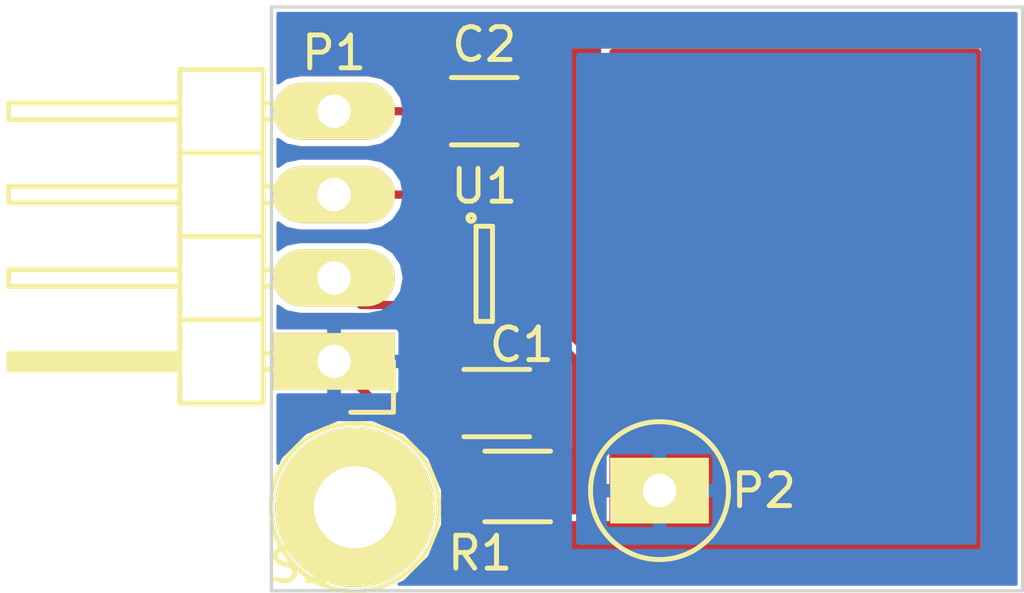
<source format=kicad_pcb>
(kicad_pcb (version 4) (host pcbnew 4.0.2+dfsg1-stable)

  (general
    (links 11)
    (no_connects 0)
    (area 20.112999 19.83 51.485001 38.404001)
    (thickness 1.6)
    (drawings 4)
    (tracks 26)
    (zones 0)
    (modules 7)
    (nets 7)
  )

  (page A4)
  (title_block
    (title "Capasitive sensor for fpga")
    (date 2017-01-21)
    (rev 0,1)
    (company Holotronic)
  )

  (layers
    (0 F.Cu signal)
    (31 B.Cu signal)
    (32 B.Adhes user)
    (33 F.Adhes user)
    (34 B.Paste user)
    (35 F.Paste user)
    (36 B.SilkS user)
    (37 F.SilkS user)
    (38 B.Mask user)
    (39 F.Mask user)
    (40 Dwgs.User user)
    (41 Cmts.User user)
    (42 Eco1.User user)
    (43 Eco2.User user)
    (44 Edge.Cuts user)
    (45 Margin user)
    (46 B.CrtYd user)
    (47 F.CrtYd user)
    (48 B.Fab user)
    (49 F.Fab user)
  )

  (setup
    (last_trace_width 0.25)
    (trace_clearance 0.2)
    (zone_clearance 0.15)
    (zone_45_only no)
    (trace_min 0.2)
    (segment_width 0.2)
    (edge_width 0.1)
    (via_size 0.6)
    (via_drill 0.4)
    (via_min_size 0.4)
    (via_min_drill 0.3)
    (uvia_size 0.3)
    (uvia_drill 0.1)
    (uvias_allowed no)
    (uvia_min_size 0.2)
    (uvia_min_drill 0.1)
    (pcb_text_width 0.3)
    (pcb_text_size 1.5 1.5)
    (mod_edge_width 0.15)
    (mod_text_size 1 1)
    (mod_text_width 0.15)
    (pad_size 4.85 4.85)
    (pad_drill 2.5)
    (pad_to_mask_clearance 0)
    (aux_axis_origin 28.575 38.1)
    (grid_origin 28.575 38.1)
    (visible_elements FFFFFFFF)
    (pcbplotparams
      (layerselection 0x01000_80000001)
      (usegerberextensions false)
      (excludeedgelayer true)
      (linewidth 0.100000)
      (plotframeref false)
      (viasonmask false)
      (mode 1)
      (useauxorigin true)
      (hpglpennumber 1)
      (hpglpenspeed 20)
      (hpglpendiameter 15)
      (hpglpenoverlay 2)
      (psnegative false)
      (psa4output false)
      (plotreference false)
      (plotvalue false)
      (plotinvisibletext false)
      (padsonsilk false)
      (subtractmaskfromsilk false)
      (outputformat 1)
      (mirror false)
      (drillshape 0)
      (scaleselection 1)
      (outputdirectory gerbers3/))
  )

  (net 0 "")
  (net 1 "Net-(C1-Pad1)")
  (net 2 GND)
  (net 3 VCC)
  (net 4 "Net-(P1-Pad2)")
  (net 5 "Net-(P1-Pad3)")
  (net 6 "Net-(R1-Pad2)")

  (net_class Default "This is the default net class."
    (clearance 0.2)
    (trace_width 0.25)
    (via_dia 0.6)
    (via_drill 0.4)
    (uvia_dia 0.3)
    (uvia_drill 0.1)
    (add_net GND)
    (add_net "Net-(C1-Pad1)")
    (add_net "Net-(P1-Pad2)")
    (add_net "Net-(P1-Pad3)")
    (add_net "Net-(R1-Pad2)")
    (add_net VCC)
  )

  (module Capacitors_SMD:C_1206 (layer F.Cu) (tedit 58848921) (tstamp 587DB0B4)
    (at 35.433 32.385 180)
    (descr "Capacitor SMD 1206, reflow soldering, AVX (see smccp.pdf)")
    (tags "capacitor 1206")
    (path /587DABD1)
    (attr smd)
    (fp_text reference C1 (at -0.762 1.778 180) (layer F.SilkS)
      (effects (font (size 1 1) (thickness 0.15)))
    )
    (fp_text value 10p (at -3.175 1.778 180) (layer F.Fab)
      (effects (font (size 1 1) (thickness 0.15)))
    )
    (fp_line (start -2.3 -1.15) (end 2.3 -1.15) (layer F.CrtYd) (width 0.05))
    (fp_line (start -2.3 1.15) (end 2.3 1.15) (layer F.CrtYd) (width 0.05))
    (fp_line (start -2.3 -1.15) (end -2.3 1.15) (layer F.CrtYd) (width 0.05))
    (fp_line (start 2.3 -1.15) (end 2.3 1.15) (layer F.CrtYd) (width 0.05))
    (fp_line (start 1 -1.025) (end -1 -1.025) (layer F.SilkS) (width 0.15))
    (fp_line (start -1 1.025) (end 1 1.025) (layer F.SilkS) (width 0.15))
    (pad 1 smd rect (at -1.5 0 180) (size 1 1.6) (layers F.Cu F.Paste F.Mask)
      (net 1 "Net-(C1-Pad1)"))
    (pad 2 smd rect (at 1.5 0 180) (size 1 1.6) (layers F.Cu F.Paste F.Mask)
      (net 2 GND))
    (model Capacitors_SMD.3dshapes/C_1206.wrl
      (at (xyz 0 0 0))
      (scale (xyz 1 1 1))
      (rotate (xyz 0 0 0))
    )
  )

  (module Capacitors_SMD:C_1206 (layer F.Cu) (tedit 58848908) (tstamp 587DB0BA)
    (at 35.052 23.495)
    (descr "Capacitor SMD 1206, reflow soldering, AVX (see smccp.pdf)")
    (tags "capacitor 1206")
    (path /587D87A0)
    (attr smd)
    (fp_text reference C2 (at 0 -2.032) (layer F.SilkS)
      (effects (font (size 1 1) (thickness 0.15)))
    )
    (fp_text value 0.1u (at 2.794 -2.032) (layer F.Fab)
      (effects (font (size 1 1) (thickness 0.15)))
    )
    (fp_line (start -2.3 -1.15) (end 2.3 -1.15) (layer F.CrtYd) (width 0.05))
    (fp_line (start -2.3 1.15) (end 2.3 1.15) (layer F.CrtYd) (width 0.05))
    (fp_line (start -2.3 -1.15) (end -2.3 1.15) (layer F.CrtYd) (width 0.05))
    (fp_line (start 2.3 -1.15) (end 2.3 1.15) (layer F.CrtYd) (width 0.05))
    (fp_line (start 1 -1.025) (end -1 -1.025) (layer F.SilkS) (width 0.15))
    (fp_line (start -1 1.025) (end 1 1.025) (layer F.SilkS) (width 0.15))
    (pad 1 smd rect (at -1.5 0) (size 1 1.6) (layers F.Cu F.Paste F.Mask)
      (net 3 VCC))
    (pad 2 smd rect (at 1.5 0) (size 1 1.6) (layers F.Cu F.Paste F.Mask)
      (net 2 GND))
    (model Capacitors_SMD.3dshapes/C_1206.wrl
      (at (xyz 0 0 0))
      (scale (xyz 1 1 1))
      (rotate (xyz 0 0 0))
    )
  )

  (module Resistors_SMD:R_1206 (layer F.Cu) (tedit 58848944) (tstamp 587DB0CD)
    (at 36.068 34.925)
    (descr "Resistor SMD 1206, reflow soldering, Vishay (see dcrcw.pdf)")
    (tags "resistor 1206")
    (path /587DAB17)
    (attr smd)
    (fp_text reference R1 (at -1.143 2.032) (layer F.SilkS)
      (effects (font (size 1 1) (thickness 0.15)))
    )
    (fp_text value 2k (at 1.016 2.032) (layer F.Fab)
      (effects (font (size 1 1) (thickness 0.15)))
    )
    (fp_line (start -2.2 -1.2) (end 2.2 -1.2) (layer F.CrtYd) (width 0.05))
    (fp_line (start -2.2 1.2) (end 2.2 1.2) (layer F.CrtYd) (width 0.05))
    (fp_line (start -2.2 -1.2) (end -2.2 1.2) (layer F.CrtYd) (width 0.05))
    (fp_line (start 2.2 -1.2) (end 2.2 1.2) (layer F.CrtYd) (width 0.05))
    (fp_line (start 1 1.075) (end -1 1.075) (layer F.SilkS) (width 0.15))
    (fp_line (start -1 -1.075) (end 1 -1.075) (layer F.SilkS) (width 0.15))
    (pad 1 smd rect (at -1.45 0) (size 0.9 1.7) (layers F.Cu F.Paste F.Mask)
      (net 1 "Net-(C1-Pad1)"))
    (pad 2 smd rect (at 1.45 0) (size 0.9 1.7) (layers F.Cu F.Paste F.Mask)
      (net 6 "Net-(R1-Pad2)"))
    (model Resistors_SMD.3dshapes/R_1206.wrl
      (at (xyz 0 0 0))
      (scale (xyz 1 1 1))
      (rotate (xyz 0 0 0))
    )
  )

  (module TO_SOT_Packages_SMD:SOT-23-6 (layer F.Cu) (tedit 58836FBC) (tstamp 587DB167)
    (at 35.052 28.448)
    (descr "6-pin SOT-23 package")
    (tags SOT-23-6)
    (path /587D8557)
    (attr smd)
    (fp_text reference U1 (at 0 -2.667) (layer F.SilkS)
      (effects (font (size 1 1) (thickness 0.15)))
    )
    (fp_text value 74LVC2G17 (at 1.524 -1.524 180) (layer F.Fab)
      (effects (font (size 1 1) (thickness 0.15)))
    )
    (fp_circle (center -0.4 -1.7) (end -0.3 -1.7) (layer F.SilkS) (width 0.15))
    (fp_line (start 0.25 -1.45) (end -0.25 -1.45) (layer F.SilkS) (width 0.15))
    (fp_line (start 0.25 1.45) (end 0.25 -1.45) (layer F.SilkS) (width 0.15))
    (fp_line (start -0.25 1.45) (end 0.25 1.45) (layer F.SilkS) (width 0.15))
    (fp_line (start -0.25 -1.45) (end -0.25 1.45) (layer F.SilkS) (width 0.15))
    (pad 1 smd rect (at -1.1 -0.95) (size 1.06 0.65) (layers F.Cu F.Paste F.Mask)
      (net 1 "Net-(C1-Pad1)"))
    (pad 2 smd rect (at -1.1 0) (size 1.06 0.65) (layers F.Cu F.Paste F.Mask)
      (net 2 GND))
    (pad 3 smd rect (at -1.1 0.95) (size 1.06 0.65) (layers F.Cu F.Paste F.Mask)
      (net 4 "Net-(P1-Pad2)"))
    (pad 4 smd rect (at 1.1 0.95) (size 1.06 0.65) (layers F.Cu F.Paste F.Mask)
      (net 6 "Net-(R1-Pad2)"))
    (pad 6 smd rect (at 1.1 -0.95) (size 1.06 0.65) (layers F.Cu F.Paste F.Mask)
      (net 5 "Net-(P1-Pad3)"))
    (pad 5 smd rect (at 1.1 0) (size 1.06 0.65) (layers F.Cu F.Paste F.Mask)
      (net 3 VCC))
    (model TO_SOT_Packages_SMD.3dshapes/SOT-23-6.wrl
      (at (xyz 0 0 0))
      (scale (xyz 1 1 1))
      (rotate (xyz 0 0 0))
    )
  )

  (module Fuses:1pin_pad_s (layer F.Cu) (tedit 588488F2) (tstamp 587DEA43)
    (at 40.386 35.052)
    (descr "module 1 pin (ou trou mecanique de percage)")
    (tags DEV)
    (path /587DAB5C)
    (fp_text reference P2 (at 3.175 0) (layer F.SilkS)
      (effects (font (size 1 1) (thickness 0.15)))
    )
    (fp_text value Sense_Pad (at 5.08 -2.794) (layer F.Fab)
      (effects (font (size 1 1) (thickness 0.15)))
    )
    (fp_circle (center 0 0) (end 0 -2.1) (layer F.SilkS) (width 0.15))
    (pad 1 thru_hole rect (at 0 0) (size 3 2) (drill 1.016) (layers *.Cu *.Mask F.SilkS)
      (net 1 "Net-(C1-Pad1)"))
  )

  (module touch:Pin_Header_Angled_1x04_L (layer F.Cu) (tedit 58848884) (tstamp 58844E44)
    (at 30.48 31.115 180)
    (descr "Through hole pin header")
    (tags "pin header")
    (path /587DACE7)
    (fp_text reference P1 (at 0 9.398 180) (layer F.SilkS)
      (effects (font (size 1 1) (thickness 0.15)))
    )
    (fp_text value CONN_01X04 (at 4.064 10.16 180) (layer F.Fab)
      (effects (font (size 1 1) (thickness 0.15)))
    )
    (fp_line (start -2.008 -1.75) (end -2.008 9.4) (layer F.CrtYd) (width 0.05))
    (fp_line (start 10.142 -1.75) (end 10.142 9.4) (layer F.CrtYd) (width 0.05))
    (fp_line (start -2.008 -1.75) (end 10.142 -1.75) (layer F.CrtYd) (width 0.05))
    (fp_line (start -2.008 9.4) (end 10.142 9.4) (layer F.CrtYd) (width 0.05))
    (fp_line (start -1.808 -1.55) (end -1.808 0) (layer F.SilkS) (width 0.15))
    (fp_line (start -0.508 -1.55) (end -1.808 -1.55) (layer F.SilkS) (width 0.15))
    (fp_line (start 4.826 -0.127) (end 9.779 -0.127) (layer F.SilkS) (width 0.15))
    (fp_line (start 9.779 -0.127) (end 9.779 0.127) (layer F.SilkS) (width 0.15))
    (fp_line (start 9.779 0.127) (end 4.826 0.127) (layer F.SilkS) (width 0.15))
    (fp_line (start 4.826 0) (end 9.779 0) (layer F.SilkS) (width 0.15))
    (fp_line (start 2.032 -0.254) (end 1.651 -0.254) (layer F.SilkS) (width 0.15))
    (fp_line (start 2.032 0.254) (end 1.651 0.254) (layer F.SilkS) (width 0.15))
    (fp_line (start 2.032 2.286) (end 1.651 2.286) (layer F.SilkS) (width 0.15))
    (fp_line (start 2.032 2.794) (end 1.651 2.794) (layer F.SilkS) (width 0.15))
    (fp_line (start 2.032 4.826) (end 1.651 4.826) (layer F.SilkS) (width 0.15))
    (fp_line (start 2.032 5.334) (end 1.651 5.334) (layer F.SilkS) (width 0.15))
    (fp_line (start 2.032 7.874) (end 1.651 7.874) (layer F.SilkS) (width 0.15))
    (fp_line (start 2.032 7.366) (end 1.651 7.366) (layer F.SilkS) (width 0.15))
    (fp_line (start 2.159 -1.27) (end 4.699 -1.27) (layer F.SilkS) (width 0.15))
    (fp_line (start 2.159 1.27) (end 4.699 1.27) (layer F.SilkS) (width 0.15))
    (fp_line (start 2.159 1.27) (end 2.159 3.81) (layer F.SilkS) (width 0.15))
    (fp_line (start 2.159 3.81) (end 4.699 3.81) (layer F.SilkS) (width 0.15))
    (fp_line (start 4.826 2.286) (end 9.906 2.286) (layer F.SilkS) (width 0.15))
    (fp_line (start 9.906 2.286) (end 9.906 2.794) (layer F.SilkS) (width 0.15))
    (fp_line (start 9.906 2.794) (end 4.826 2.794) (layer F.SilkS) (width 0.15))
    (fp_line (start 4.699 3.81) (end 4.699 1.27) (layer F.SilkS) (width 0.15))
    (fp_line (start 4.699 1.27) (end 4.699 -1.27) (layer F.SilkS) (width 0.15))
    (fp_line (start 9.906 0.254) (end 4.826 0.254) (layer F.SilkS) (width 0.15))
    (fp_line (start 9.906 -0.254) (end 9.906 0.254) (layer F.SilkS) (width 0.15))
    (fp_line (start 4.826 -0.254) (end 9.906 -0.254) (layer F.SilkS) (width 0.15))
    (fp_line (start 2.159 1.27) (end 4.699 1.27) (layer F.SilkS) (width 0.15))
    (fp_line (start 2.159 -1.27) (end 2.159 1.27) (layer F.SilkS) (width 0.15))
    (fp_line (start 2.159 6.35) (end 4.699 6.35) (layer F.SilkS) (width 0.15))
    (fp_line (start 2.159 6.35) (end 2.159 8.89) (layer F.SilkS) (width 0.15))
    (fp_line (start 2.159 8.89) (end 4.699 8.89) (layer F.SilkS) (width 0.15))
    (fp_line (start 4.826 7.366) (end 9.906 7.366) (layer F.SilkS) (width 0.15))
    (fp_line (start 9.906 7.366) (end 9.906 7.874) (layer F.SilkS) (width 0.15))
    (fp_line (start 9.906 7.874) (end 4.826 7.874) (layer F.SilkS) (width 0.15))
    (fp_line (start 4.699 8.89) (end 4.699 6.35) (layer F.SilkS) (width 0.15))
    (fp_line (start 4.699 6.35) (end 4.699 3.81) (layer F.SilkS) (width 0.15))
    (fp_line (start 9.906 5.334) (end 4.826 5.334) (layer F.SilkS) (width 0.15))
    (fp_line (start 9.906 4.826) (end 9.906 5.334) (layer F.SilkS) (width 0.15))
    (fp_line (start 4.826 4.826) (end 9.906 4.826) (layer F.SilkS) (width 0.15))
    (fp_line (start 2.159 6.35) (end 4.699 6.35) (layer F.SilkS) (width 0.15))
    (fp_line (start 2.159 3.81) (end 2.159 6.35) (layer F.SilkS) (width 0.15))
    (fp_line (start 2.159 3.81) (end 4.699 3.81) (layer F.SilkS) (width 0.15))
    (pad 1 thru_hole rect (at 0 0 180) (size 3.7 1.7272) (drill 1.016) (layers *.Cu *.Mask F.SilkS)
      (net 2 GND))
    (pad 2 thru_hole oval (at 0 2.54 180) (size 3.7 1.7272) (drill 1.016) (layers *.Cu *.Mask F.SilkS)
      (net 4 "Net-(P1-Pad2)"))
    (pad 3 thru_hole oval (at 0 5.08 180) (size 3.7 1.7272) (drill 1.016) (layers *.Cu *.Mask F.SilkS)
      (net 5 "Net-(P1-Pad3)"))
    (pad 4 thru_hole oval (at 0 7.62 180) (size 3.7 1.7272) (drill 1.016) (layers *.Cu *.Mask F.SilkS)
      (net 3 VCC))
    (model Pin_Headers.3dshapes/Pin_Header_Angled_1x04.wrl
      (at (xyz 0 -0.15 0))
      (scale (xyz 1 1 1))
      (rotate (xyz 0 0 90))
    )
  )

  (module touch:Screw_2.5mm (layer F.Cu) (tedit 58848965) (tstamp 58897DE0)
    (at 31.115 35.56)
    (descr "module 1 pin (ou trou mecanique de percage)")
    (tags DEV)
    (path /587DAB5C)
    (fp_text reference S1 (at -1.651 1.778) (layer F.SilkS)
      (effects (font (size 1 1) (thickness 0.15)))
    )
    (fp_text value Screw (at 0 -3.175) (layer F.Fab)
      (effects (font (size 1 1) (thickness 0.15)))
    )
    (fp_line (start 1 0) (end -1 0) (layer F.SilkS) (width 0.15))
    (fp_line (start 0 -1) (end 0 1) (layer F.SilkS) (width 0.15))
    (fp_circle (center 0 0) (end 0 -2.55) (layer F.SilkS) (width 0.15))
    (pad 1 thru_hole circle (at 0 0) (size 4.85 4.85) (drill 2.5) (layers *.Cu *.Mask F.SilkS))
  )

  (gr_line (start 51.435 20.32) (end 28.575 20.32) (angle 90) (layer Edge.Cuts) (width 0.1))
  (gr_line (start 51.435 38.1) (end 51.435 20.32) (angle 90) (layer Edge.Cuts) (width 0.1))
  (gr_line (start 28.575 38.1) (end 51.435 38.1) (angle 90) (layer Edge.Cuts) (width 0.1))
  (gr_line (start 28.575 20.32) (end 28.575 38.1) (angle 90) (layer Edge.Cuts) (width 0.1))

  (segment (start 34.618 34.925) (end 34.618 34.573) (width 0.25) (layer F.Cu) (net 1) (status 30))
  (segment (start 34.618 34.573) (end 36.933 32.385) (width 0.25) (layer F.Cu) (net 1) (tstamp 587DC15F) (status 10))
  (segment (start 33.952 27.498) (end 34.8132 27.498) (width 0.25) (layer F.Cu) (net 1))
  (segment (start 35.2933 30.206498) (end 36.933 32.385) (width 0.25) (layer F.Cu) (net 1) (tstamp 587DB815) (status 20))
  (segment (start 35.2933 27.9781) (end 35.2933 30.206498) (width 0.25) (layer F.Cu) (net 1) (tstamp 587DB808))
  (segment (start 34.8132 27.498) (end 35.2933 27.9781) (width 0.25) (layer F.Cu) (net 1) (tstamp 587DB800))
  (segment (start 33.952 28.448) (end 34.589298 28.448) (width 0.25) (layer F.Cu) (net 2))
  (segment (start 34.8234 30.9866) (end 33.933 32.385) (width 0.25) (layer F.Cu) (net 2) (tstamp 588472AE) (status 20))
  (segment (start 34.8234 28.682102) (end 34.8234 30.9866) (width 0.25) (layer F.Cu) (net 2) (tstamp 58847286))
  (segment (start 34.589298 28.448) (end 34.8234 28.682102) (width 0.25) (layer F.Cu) (net 2) (tstamp 5884726D))
  (segment (start 30.48 31.115) (end 31.75 32.385) (width 0.25) (layer F.Cu) (net 2))
  (segment (start 31.75 32.385) (end 33.933 32.385) (width 0.25) (layer F.Cu) (net 2) (tstamp 587E15BB) (status 20))
  (segment (start 33.825 28.321) (end 33.952 28.448) (width 0.25) (layer F.Cu) (net 2) (tstamp 587DE086))
  (segment (start 36.152 28.448) (end 37.084 28.448) (width 0.25) (layer F.Cu) (net 3))
  (segment (start 37.3126 26.1126) (end 33.552 23.495) (width 0.25) (layer F.Cu) (net 3) (tstamp 587DB7AA) (status 20))
  (segment (start 37.3126 28.2194) (end 37.3126 26.1126) (width 0.25) (layer F.Cu) (net 3) (tstamp 587DB7A3))
  (segment (start 37.084 28.448) (end 37.3126 28.2194) (width 0.25) (layer F.Cu) (net 3) (tstamp 587DB796))
  (segment (start 33.552 23.495) (end 30.48 23.495) (width 0.25) (layer F.Cu) (net 3) (status 10))
  (segment (start 30.48 28.575) (end 31.303 29.398) (width 0.25) (layer F.Cu) (net 4))
  (segment (start 31.303 29.398) (end 33.952 29.398) (width 0.25) (layer F.Cu) (net 4) (tstamp 587DB768))
  (segment (start 34.689 26.035) (end 30.48 26.035) (width 0.25) (layer F.Cu) (net 5) (tstamp 587DB782))
  (segment (start 36.152 27.498) (end 34.689 26.035) (width 0.25) (layer F.Cu) (net 5))
  (segment (start 37.518 34.925) (end 37.592 34.925) (width 0.25) (layer F.Cu) (net 6) (status 30))
  (segment (start 37.592 34.925) (end 37.846 33.739667) (width 0.25) (layer F.Cu) (net 6) (tstamp 5884771A) (status 10))
  (segment (start 37.846 33.739667) (end 37.846 31.092) (width 0.25) (layer F.Cu) (net 6) (tstamp 58847737))
  (segment (start 37.846 31.092) (end 36.152 29.398) (width 0.25) (layer F.Cu) (net 6) (tstamp 58847747))

  (zone (net 2) (net_name GND) (layer B.Cu) (tstamp 587DD60E) (hatch edge 0.508)
    (connect_pads (clearance 0.1))
    (min_thickness 0.1)
    (fill yes (arc_segments 16) (thermal_gap 0.108) (thermal_bridge_width 0.408))
    (polygon
      (pts
        (xy 51.435 38.1) (xy 28.575 38.1) (xy 28.575 20.32) (xy 51.435 20.32) (xy 51.435 38.1)
      )
    )
    (polygon
      (pts        (xy 37.719 21.59) (xy 37.719 36.83) (xy 50.165 36.83) (xy 50.165 21.59) (xy 37.719 21.59)
      )
    )
    (filled_polygon
      (pts
        (xy 51.235 37.9) (xy 32.456639 37.9) (xy 32.628286 37.829077) (xy 33.381432 37.077244) (xy 33.789534 36.094425)
        (xy 33.790463 35.030244) (xy 33.384077 34.046714) (xy 32.632244 33.293568) (xy 31.649425 32.885466) (xy 30.585244 32.884537)
        (xy 29.601714 33.290923) (xy 28.848568 34.042756) (xy 28.775 34.219927) (xy 28.775 32.1366) (xy 30.2865 32.1366)
        (xy 30.326 32.0971) (xy 30.326 31.269) (xy 30.634 31.269) (xy 30.634 32.0971) (xy 30.6735 32.1366)
        (xy 32.361428 32.1366) (xy 32.4195 32.112546) (xy 32.463946 32.0681) (xy 32.488 32.010028) (xy 32.488 31.3085)
        (xy 32.4485 31.269) (xy 30.634 31.269) (xy 30.326 31.269) (xy 30.306 31.269) (xy 30.306 30.961)
        (xy 30.326 30.961) (xy 30.326 30.1329) (xy 30.634 30.1329) (xy 30.634 30.961) (xy 32.4485 30.961)
        (xy 32.488 30.9215) (xy 32.488 30.219972) (xy 32.463946 30.1619) (xy 32.4195 30.117454) (xy 32.361428 30.0934)
        (xy 30.6735 30.0934) (xy 30.634 30.1329) (xy 30.326 30.1329) (xy 30.2865 30.0934) (xy 28.775 30.0934)
        (xy 28.775 29.435917) (xy 29.026303 29.603832) (xy 29.452459 29.6886) (xy 31.507541 29.6886) (xy 31.933697 29.603832)
        (xy 32.294975 29.362434) (xy 32.536373 29.001156) (xy 32.621141 28.575) (xy 32.536373 28.148844) (xy 32.294975 27.787566)
        (xy 31.933697 27.546168) (xy 31.507541 27.4614) (xy 29.452459 27.4614) (xy 29.026303 27.546168) (xy 28.775 27.714083)
        (xy 28.775 26.895917) (xy 29.026303 27.063832) (xy 29.452459 27.1486) (xy 31.507541 27.1486) (xy 31.933697 27.063832)
        (xy 32.294975 26.822434) (xy 32.536373 26.461156) (xy 32.621141 26.035) (xy 32.536373 25.608844) (xy 32.294975 25.247566)
        (xy 31.933697 25.006168) (xy 31.507541 24.9214) (xy 29.452459 24.9214) (xy 29.026303 25.006168) (xy 28.775 25.174083)
        (xy 28.775 24.355917) (xy 29.026303 24.523832) (xy 29.452459 24.6086) (xy 31.507541 24.6086) (xy 31.933697 24.523832)
        (xy 32.294975 24.282434) (xy 32.536373 23.921156) (xy 32.621141 23.495) (xy 32.536373 23.068844) (xy 32.294975 22.707566)
        (xy 31.933697 22.466168) (xy 31.507541 22.3814) (xy 29.452459 22.3814) (xy 29.026303 22.466168) (xy 28.775 22.634083)
        (xy 28.775 21.59) (xy 37.669 21.59) (xy 37.669 36.83) (xy 37.672939 36.849453) (xy 37.684136 36.86584)
        (xy 37.700827 36.876581) (xy 37.719 36.88) (xy 50.165 36.88) (xy 50.184453 36.876061) (xy 50.20084 36.864864)
        (xy 50.211581 36.848173) (xy 50.215 36.83) (xy 50.215 21.59) (xy 50.211061 21.570547) (xy 50.199864 21.55416)
        (xy 50.183173 21.543419) (xy 50.165 21.54) (xy 37.719 21.54) (xy 37.699547 21.543939) (xy 37.68316 21.555136)
        (xy 37.672419 21.571827) (xy 37.669 21.59) (xy 28.775 21.59) (xy 28.775 20.52) (xy 51.235 20.52)
      )
    )
  )
  (zone (net 1) (net_name "Net-(C1-Pad1)") (layer F.Cu) (tstamp 587DDDFD) (hatch edge 0.508)
    (connect_pads yes (clearance 0.1))
    (min_thickness 0.2)
    (fill yes (arc_segments 16) (thermal_gap 0.108) (thermal_bridge_width 0.408))
    (polygon
      (pts
        (xy 50.165 36.957) (xy 34.163 36.957) (xy 34.163 34.798) (xy 34.798 34.798) (xy 34.798 35.9791)
        (xy 38.862 35.9791) (xy 38.862 21.59) (xy 50.165 21.59)
      )
    )
    (filled_polygon
      (pts
        (xy 50.065 36.857) (xy 34.263 36.857) (xy 34.263 34.898) (xy 34.698 34.898) (xy 34.698 35.9791)
        (xy 34.705879 36.018006) (xy 34.728273 36.050781) (xy 34.761654 36.072261) (xy 34.798 36.0791) (xy 37.059225 36.0791)
        (xy 37.068 36.080877) (xy 37.968 36.080877) (xy 37.977444 36.0791) (xy 38.862 36.0791) (xy 38.900906 36.071221)
        (xy 38.933681 36.048827) (xy 38.955161 36.015446) (xy 38.962 35.9791) (xy 38.962 21.69) (xy 50.065 21.69)
      )
    )
  )
  (zone (net 2) (net_name GND) (layer F.Cu) (tstamp 587DDEA0) (hatch edge 0.508)
    (connect_pads (clearance 0.15))
    (min_thickness 0.1)
    (fill yes (arc_segments 16) (thermal_gap 0.308) (thermal_bridge_width 0.408))
    (polygon
      (pts
        (xy 51.456821 37.489003) (xy 51.435 38.1) (xy 28.575 38.1) (xy 28.575 32.479855) (xy 29.337 32.468995)
        (xy 29.337 20.32) (xy 51.435 20.32) (xy 51.456821 37.489003)
      )
    )
    (polygon
      (pts        (xy 38.608 21.336) (xy 38.608 35.814) (xy 36.322 35.814) (xy 36.322 34.163) (xy 33.909 34.163)
        (xy 33.9725 37.211) (xy 50.419 37.211) (xy 50.419 21.336) (xy 38.608 21.336)
      )
    )
    (polygon
      (pts        (xy 34.58407 30.900128) (xy 37.465 30.875494) (xy 37.465 30.86961) (xy 34.58407 30.900128)
      )
    )
    (filled_polygon
      (pts
        (xy 51.185 37.85) (xy 32.577648 37.85) (xy 32.628286 37.829077) (xy 33.381432 37.077244) (xy 33.789534 36.094425)
        (xy 33.790463 35.030244) (xy 33.384077 34.046714) (xy 32.632244 33.293568) (xy 31.649425 32.885466) (xy 30.585244 32.884537)
        (xy 29.601714 33.290923) (xy 28.848568 34.042756) (xy 28.825 34.099514) (xy 28.825 32.6285) (xy 33.075 32.6285)
        (xy 33.075 33.25621) (xy 33.129502 33.38779) (xy 33.230209 33.488498) (xy 33.361789 33.543) (xy 33.6895 33.543)
        (xy 33.779 33.4535) (xy 33.779 32.539) (xy 34.087 32.539) (xy 34.087 33.4535) (xy 34.1765 33.543)
        (xy 34.504211 33.543) (xy 34.635791 33.488498) (xy 34.736498 33.38779) (xy 34.791 33.25621) (xy 34.791 32.6285)
        (xy 34.7015 32.539) (xy 34.087 32.539) (xy 33.779 32.539) (xy 33.1645 32.539) (xy 33.075 32.6285)
        (xy 28.825 32.6285) (xy 28.825 32.526297) (xy 29.337713 32.51899) (xy 29.357107 32.514774) (xy 29.373334 32.503344)
        (xy 29.383835 32.486502) (xy 29.387 32.468995) (xy 29.387 32.3366) (xy 30.2365 32.3366) (xy 30.326 32.2471)
        (xy 30.326 31.269) (xy 30.634 31.269) (xy 30.634 32.2471) (xy 30.7235 32.3366) (xy 32.401211 32.3366)
        (xy 32.532791 32.282098) (xy 32.633498 32.18139) (xy 32.688 32.04981) (xy 32.688 31.51379) (xy 33.075 31.51379)
        (xy 33.075 32.1415) (xy 33.1645 32.231) (xy 33.779 32.231) (xy 33.779 31.3165) (xy 34.087 31.3165)
        (xy 34.087 32.231) (xy 34.7015 32.231) (xy 34.791 32.1415) (xy 34.791 31.51379) (xy 34.736498 31.38221)
        (xy 34.635791 31.281502) (xy 34.504211 31.227) (xy 34.1765 31.227) (xy 34.087 31.3165) (xy 33.779 31.3165)
        (xy 33.6895 31.227) (xy 33.361789 31.227) (xy 33.230209 31.281502) (xy 33.129502 31.38221) (xy 33.075 31.51379)
        (xy 32.688 31.51379) (xy 32.688 31.3585) (xy 32.5985 31.269) (xy 30.634 31.269) (xy 30.326 31.269)
        (xy 30.306 31.269) (xy 30.306 30.961) (xy 30.326 30.961) (xy 30.326 29.9829) (xy 30.634 29.9829)
        (xy 30.634 30.961) (xy 32.5985 30.961) (xy 32.688 30.8715) (xy 32.688 30.18019) (xy 32.633498 30.04861)
        (xy 32.532791 29.947902) (xy 32.401211 29.8934) (xy 30.7235 29.8934) (xy 30.634 29.9829) (xy 30.326 29.9829)
        (xy 30.2365 29.8934) (xy 29.387 29.8934) (xy 29.387 29.675579) (xy 29.452459 29.6886) (xy 31.075901 29.6886)
        (xy 31.159494 29.744455) (xy 31.303 29.773) (xy 33.176511 29.773) (xy 33.184535 29.815644) (xy 33.239288 29.900732)
        (xy 33.322831 29.957815) (xy 33.422 29.977897) (xy 34.482 29.977897) (xy 34.574644 29.960465) (xy 34.659732 29.905712)
        (xy 34.716815 29.822169) (xy 34.736897 29.723) (xy 34.736897 29.073) (xy 34.729199 29.032089) (xy 34.785498 28.97579)
        (xy 34.84 28.84421) (xy 34.84 28.6915) (xy 34.7505 28.602) (xy 34.106 28.602) (xy 34.106 28.622)
        (xy 33.798 28.622) (xy 33.798 28.602) (xy 33.1535 28.602) (xy 33.064 28.6915) (xy 33.064 28.84421)
        (xy 33.118502 28.97579) (xy 33.165712 29.023) (xy 32.521777 29.023) (xy 32.536373 29.001156) (xy 32.621141 28.575)
        (xy 32.536373 28.148844) (xy 32.294975 27.787566) (xy 31.933697 27.546168) (xy 31.507541 27.4614) (xy 29.452459 27.4614)
        (xy 29.387 27.474421) (xy 29.387 27.135579) (xy 29.452459 27.1486) (xy 31.507541 27.1486) (xy 31.933697 27.063832)
        (xy 32.294975 26.822434) (xy 32.536373 26.461156) (xy 32.546549 26.41) (xy 34.53367 26.41) (xy 35.367103 27.243433)
        (xy 35.367103 27.521573) (xy 35.078365 27.232835) (xy 34.956707 27.151545) (xy 34.8132 27.123) (xy 34.727489 27.123)
        (xy 34.719465 27.080356) (xy 34.664712 26.995268) (xy 34.581169 26.938185) (xy 34.482 26.918103) (xy 33.422 26.918103)
        (xy 33.329356 26.935535) (xy 33.244268 26.990288) (xy 33.187185 27.073831) (xy 33.167103 27.173) (xy 33.167103 27.823)
        (xy 33.174801 27.863911) (xy 33.118502 27.92021) (xy 33.064 28.05179) (xy 33.064 28.2045) (xy 33.1535 28.294)
        (xy 33.798 28.294) (xy 33.798 28.274) (xy 34.106 28.274) (xy 34.106 28.294) (xy 34.7505 28.294)
        (xy 34.84 28.2045) (xy 34.84 28.05513) (xy 34.9183 28.13343) (xy 34.9183 30.206498) (xy 34.927535 30.252926)
        (xy 34.930192 30.300187) (xy 34.94168 30.324039) (xy 34.946845 30.350004) (xy 34.973144 30.389363) (xy 34.993685 30.43201)
        (xy 35.30266 30.842513) (xy 34.58354 30.850131) (xy 34.56413 30.854276) (xy 34.547862 30.865646) (xy 34.5373 30.88245)
        (xy 34.534107 30.902039) (xy 34.538786 30.921327) (xy 34.550602 30.937274) (xy 34.56769 30.947369) (xy 34.584498 30.950126)
        (xy 35.378546 30.943336) (xy 36.178103 32.005626) (xy 36.178103 32.582496) (xy 34.86866 33.820103) (xy 34.168 33.820103)
        (xy 34.075356 33.837535) (xy 33.990268 33.892288) (xy 33.933185 33.975831) (xy 33.913103 34.075) (xy 33.913103 34.113)
        (xy 33.909 34.113) (xy 33.889547 34.116939) (xy 33.87316 34.128136) (xy 33.862419 34.144827) (xy 33.859011 34.164041)
        (xy 33.922511 37.212041) (xy 33.926854 37.231408) (xy 33.938391 37.247559) (xy 33.955301 37.257949) (xy 33.9725 37.261)
        (xy 50.419 37.261) (xy 50.438453 37.257061) (xy 50.45484 37.245864) (xy 50.465581 37.229173) (xy 50.469 37.211)
        (xy 50.469 21.336) (xy 50.465061 21.316547) (xy 50.453864 21.30016) (xy 50.437173 21.289419) (xy 50.419 21.286)
        (xy 38.608 21.286) (xy 38.588547 21.289939) (xy 38.57216 21.301136) (xy 38.561419 21.317827) (xy 38.558 21.336)
        (xy 38.558 35.764) (xy 38.222897 35.764) (xy 38.222897 34.075) (xy 38.205465 33.982356) (xy 38.184492 33.949764)
        (xy 38.212676 33.81824) (xy 38.213261 33.778575) (xy 38.221 33.739667) (xy 38.221 31.092) (xy 38.192455 30.948494)
        (xy 38.111165 30.826835) (xy 36.936897 29.652567) (xy 36.936897 29.073) (xy 36.919465 28.980356) (xy 36.882327 28.922643)
        (xy 36.916815 28.872169) (xy 36.926772 28.823) (xy 37.084 28.823) (xy 37.227507 28.794455) (xy 37.349165 28.713165)
        (xy 37.577765 28.484565) (xy 37.659055 28.362907) (xy 37.6876 28.2194) (xy 37.6876 26.1126) (xy 37.681085 26.079844)
        (xy 37.68172 26.046452) (xy 37.666949 26.008779) (xy 37.659055 25.969094) (xy 37.640501 25.941326) (xy 37.628309 25.910231)
        (xy 37.600244 25.881077) (xy 37.577765 25.847435) (xy 37.549998 25.828882) (xy 37.526834 25.804819) (xy 34.558238 23.7385)
        (xy 35.694 23.7385) (xy 35.694 24.36621) (xy 35.748502 24.49779) (xy 35.849209 24.598498) (xy 35.980789 24.653)
        (xy 36.3085 24.653) (xy 36.398 24.5635) (xy 36.398 23.649) (xy 36.706 23.649) (xy 36.706 24.5635)
        (xy 36.7955 24.653) (xy 37.123211 24.653) (xy 37.254791 24.598498) (xy 37.355498 24.49779) (xy 37.41 24.36621)
        (xy 37.41 23.7385) (xy 37.3205 23.649) (xy 36.706 23.649) (xy 36.398 23.649) (xy 35.7835 23.649)
        (xy 35.694 23.7385) (xy 34.558238 23.7385) (xy 34.306897 23.563552) (xy 34.306897 22.695) (xy 34.293499 22.62379)
        (xy 35.694 22.62379) (xy 35.694 23.2515) (xy 35.7835 23.341) (xy 36.398 23.341) (xy 36.398 22.4265)
        (xy 36.706 22.4265) (xy 36.706 23.341) (xy 37.3205 23.341) (xy 37.41 23.2515) (xy 37.41 22.62379)
        (xy 37.355498 22.49221) (xy 37.254791 22.391502) (xy 37.123211 22.337) (xy 36.7955 22.337) (xy 36.706 22.4265)
        (xy 36.398 22.4265) (xy 36.3085 22.337) (xy 35.980789 22.337) (xy 35.849209 22.391502) (xy 35.748502 22.49221)
        (xy 35.694 22.62379) (xy 34.293499 22.62379) (xy 34.289465 22.602356) (xy 34.234712 22.517268) (xy 34.151169 22.460185)
        (xy 34.052 22.440103) (xy 33.052 22.440103) (xy 32.959356 22.457535) (xy 32.874268 22.512288) (xy 32.817185 22.595831)
        (xy 32.797103 22.695) (xy 32.797103 23.12) (xy 32.546549 23.12) (xy 32.536373 23.068844) (xy 32.294975 22.707566)
        (xy 31.933697 22.466168) (xy 31.507541 22.3814) (xy 29.452459 22.3814) (xy 29.387 22.394421) (xy 29.387 20.57)
        (xy 51.185 20.57)
      )
    )
  )
  (zone (net 1) (net_name "Net-(C1-Pad1)") (layer B.Cu) (tstamp 58897ED0) (hatch edge 0.508)
    (connect_pads (clearance 0.1))
    (min_thickness 0.2)
    (fill yes (arc_segments 16) (thermal_gap 0.108) (thermal_bridge_width 0.408))
    (polygon
      (pts
        (xy 50.038 36.703) (xy 37.846 36.703) (xy 37.846 21.717) (xy 50.038 21.717) (xy 50.038 36.703)
      )
    )
    (filled_polygon
      (pts
        (xy 49.938 36.603) (xy 37.946 36.603) (xy 37.946 35.208) (xy 38.678 35.208) (xy 38.678 36.093374)
        (xy 38.709666 36.169822) (xy 38.768177 36.228334) (xy 38.844626 36.26) (xy 40.23 36.26) (xy 40.282 36.208)
        (xy 40.282 35.156) (xy 40.49 35.156) (xy 40.49 36.208) (xy 40.542 36.26) (xy 41.927374 36.26)
        (xy 42.003823 36.228334) (xy 42.062334 36.169822) (xy 42.094 36.093374) (xy 42.094 35.208) (xy 42.042 35.156)
        (xy 40.49 35.156) (xy 40.282 35.156) (xy 38.73 35.156) (xy 38.678 35.208) (xy 37.946 35.208)
        (xy 37.946 34.010626) (xy 38.678 34.010626) (xy 38.678 34.896) (xy 38.73 34.948) (xy 40.282 34.948)
        (xy 40.282 33.896) (xy 40.49 33.896) (xy 40.49 34.948) (xy 42.042 34.948) (xy 42.094 34.896)
        (xy 42.094 34.010626) (xy 42.062334 33.934178) (xy 42.003823 33.875666) (xy 41.927374 33.844) (xy 40.542 33.844)
        (xy 40.49 33.896) (xy 40.282 33.896) (xy 40.23 33.844) (xy 38.844626 33.844) (xy 38.768177 33.875666)
        (xy 38.709666 33.934178) (xy 38.678 34.010626) (xy 37.946 34.010626) (xy 37.946 21.817) (xy 49.938 21.817)
      )
    )
  )
)

</source>
